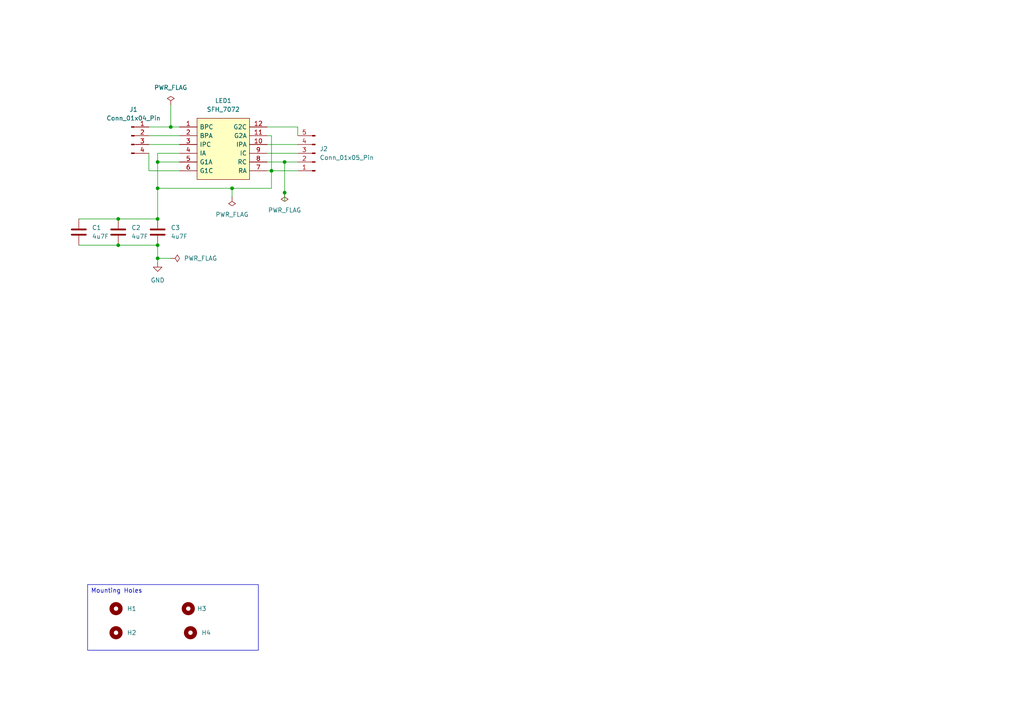
<source format=kicad_sch>
(kicad_sch (version 20231120) (generator "eeschema") (generator_version "8.0")
  (paper "A4")
  (title_block (title "SFH7072 Breakoutboard") (rev "0.1"))
  (lib_symbols
    (symbol "Connector:Conn_01x04_Pin" (pin_names (offset 1.016) hide)
      (property "Reference" "J" (at 0 5.08 0))
      (property "Value" "Conn_01x04_Pin" (at 0 -7.62 0))
      (symbol "Conn_01x04_Pin_1_1"
        (polyline (pts (xy 1.27 -5.08) (xy 0.8636 -5.08)) (stroke (width 0.1524)))
        (polyline (pts (xy 1.27 -2.54) (xy 0.8636 -2.54)) (stroke (width 0.1524)))
        (polyline (pts (xy 1.27 0) (xy 0.8636 0)) (stroke (width 0.1524)))
        (polyline (pts (xy 1.27 2.54) (xy 0.8636 2.54)) (stroke (width 0.1524)))
        (rectangle (start 0.8636 -4.953) (end 0 -5.207) (stroke (width 0.1524)) (fill (type outline)))
        (rectangle (start 0.8636 -2.413) (end 0 -2.667) (stroke (width 0.1524)) (fill (type outline)))
        (rectangle (start 0.8636 0.127) (end 0 -0.127) (stroke (width 0.1524)) (fill (type outline)))
        (rectangle (start 0.8636 2.667) (end 0 2.413) (stroke (width 0.1524)) (fill (type outline)))
        (pin passive line (at 5.08 2.54 180) (length 3.81) (name "Pin_1") (number "1"))
        (pin passive line (at 5.08 0 180) (length 3.81) (name "Pin_2") (number "2"))
        (pin passive line (at 5.08 -2.54 180) (length 3.81) (name "Pin_3") (number "3"))
        (pin passive line (at 5.08 -5.08 180) (length 3.81) (name "Pin_4") (number "4"))
      )
    )
    (symbol "Connector:Conn_01x05_Pin" (pin_names (offset 1.016) hide)
      (property "Reference" "J" (at 0 7.62 0))
      (property "Value" "Conn_01x05_Pin" (at 0 -7.62 0))
      (symbol "Conn_01x05_Pin_1_1"
        (polyline (pts (xy 1.27 -5.08) (xy 0.8636 -5.08)) (stroke (width 0.1524)))
        (polyline (pts (xy 1.27 -2.54) (xy 0.8636 -2.54)) (stroke (width 0.1524)))
        (polyline (pts (xy 1.27 0) (xy 0.8636 0)) (stroke (width 0.1524)))
        (polyline (pts (xy 1.27 2.54) (xy 0.8636 2.54)) (stroke (width 0.1524)))
        (polyline (pts (xy 1.27 5.08) (xy 0.8636 5.08)) (stroke (width 0.1524)))
        (rectangle (start 0.8636 -4.953) (end 0 -5.207) (stroke (width 0.1524)) (fill (type outline)))
        (rectangle (start 0.8636 -2.413) (end 0 -2.667) (stroke (width 0.1524)) (fill (type outline)))
        (rectangle (start 0.8636 0.127) (end 0 -0.127) (stroke (width 0.1524)) (fill (type outline)))
        (rectangle (start 0.8636 2.667) (end 0 2.413) (stroke (width 0.1524)) (fill (type outline)))
        (rectangle (start 0.8636 5.207) (end 0 4.953) (stroke (width 0.1524)) (fill (type outline)))
        (pin passive line (at 5.08 5.08 180) (length 3.81) (name "Pin_1") (number "1"))
        (pin passive line (at 5.08 2.54 180) (length 3.81) (name "Pin_2") (number "2"))
        (pin passive line (at 5.08 0 180) (length 3.81) (name "Pin_3") (number "3"))
        (pin passive line (at 5.08 -2.54 180) (length 3.81) (name "Pin_4") (number "4"))
        (pin passive line (at 5.08 -5.08 180) (length 3.81) (name "Pin_5") (number "5"))
      )
    )
    (symbol "Device:C" (pin_numbers hide) (pin_names (offset 0.254))
      (property "Reference" "C" (at 0.635 2.54 0))
      (property "Value" "C" (at 0.635 -2.54 0))
      (symbol "C_0_1"
        (polyline (pts (xy -2.032 -0.762) (xy 2.032 -0.762)) (stroke (width 0.508)))
        (polyline (pts (xy -2.032 0.762) (xy 2.032 0.762)) (stroke (width 0.508)))
      )
      (symbol "C_1_1"
        (pin passive line (at 0 3.81 270) (length 2.794) (name "~") (number "1"))
        (pin passive line (at 0 -3.81 90) (length 2.794) (name "~") (number "2"))
      )
    )
    (symbol "Mechanical:MountingHole" (pin_names (offset 1.016))
      (property "Reference" "H" (at 0 5.08 0))
      (property "Value" "MountingHole" (at 0 3.175 0))
      (symbol "MountingHole_0_1"
        (circle (center 0 0) (radius 1.27) (stroke (width 1.27)))
      )
    )
    (symbol "breakoutboard:SFH_7072" (pin_names (offset 0.762))
      (property "Reference" "LED" (at -7.62 10.16 0))
      (property "Value" "SFH_7072" (at -1.27 -10.16 0))
      (symbol "SFH_7072_0_0"
        (pin power_in line (at -12.7 6.35 0) (length 5.08) (name "BPC") (number "1"))
        (pin output line (at 12.7 1.27 180) (length 5.08) (name "IPA") (number "10"))
        (pin power_in line (at 12.7 3.81 180) (length 5.08) (name "G2A") (number "11"))
        (pin power_in line (at 12.7 6.35 180) (length 5.08) (name "G2C") (number "12"))
        (pin output line (at -12.7 3.81 0) (length 5.08) (name "BPA") (number "2"))
        (pin power_in line (at -12.7 1.27 0) (length 5.08) (name "IPC") (number "3"))
        (pin power_in line (at -12.7 -1.27 0) (length 5.08) (name "IA") (number "4"))
        (pin power_in line (at -12.7 -3.81 0) (length 5.08) (name "G1A") (number "5"))
        (pin power_in line (at -12.7 -6.35 0) (length 5.08) (name "G1C") (number "6"))
        (pin power_in line (at 12.7 -6.35 180) (length 5.08) (name "RA") (number "7"))
        (pin power_in line (at 12.7 -3.81 180) (length 5.08) (name "RC") (number "8"))
        (pin power_in line (at 12.7 -1.27 180) (length 5.08) (name "IC") (number "9"))
      )
      (symbol "SFH_7072_0_1"
        (polyline (pts (xy -7.62 8.89) (xy 7.62 8.89) (xy 7.62 -8.89) (xy -7.62 -8.89) (xy -7.62 8.89)) (stroke (width 0.1524)) (fill (type background)))
      )
    )
    (symbol "power:GND" (power) (pin_numbers hide) (pin_names (offset 0) hide)
      (property "Value" "GND" (at 0 -3.81 0))
      (symbol "GND_0_1"
        (polyline (pts (xy 0 0) (xy 0 -1.27) (xy 1.27 -1.27) (xy 0 -2.54) (xy -1.27 -1.27) (xy 0 -1.27)))
      )
      (symbol "GND_1_1"
        (pin power_in line (at 0 0 270) (length 0) (name "~") (number "1"))
      )
    )
    (symbol "power:PWR_FLAG" (power) (pin_numbers hide) (pin_names (offset 0) hide)
      (property "Value" "PWR_FLAG" (at 0 3.81 0))
      (symbol "PWR_FLAG_0_0"
        (pin power_out line (at 0 0 90) (length 0) (name "~") (number "1"))
      )
      (symbol "PWR_FLAG_0_1"
        (polyline (pts (xy 0 0) (xy 0 1.27) (xy -1.016 1.905) (xy 0 2.54) (xy 1.016 1.905) (xy 0 1.27)))
      )
    )
  )
  (junction (at 82.55 46.99))
  (junction (at 34.29 71.12))
  (junction (at 34.29 63.5))
  (junction (at 82.55 55.88))
  (junction (at 49.53 36.83))
  (junction (at 67.31 54.61))
  (junction (at 78.74 49.53))
  (junction (at 45.72 63.5))
  (junction (at 45.72 54.61))
  (junction (at 45.72 71.12))
  (junction (at 45.72 46.99))
  (junction (at 45.72 74.93))
  (wire (pts (xy 78.74 49.53) (xy 86.36 49.53)))
  (wire (pts (xy 43.18 39.37) (xy 52.07 39.37)))
  (wire (pts (xy 82.55 55.88) (xy 82.55 58.42)))
  (wire (pts (xy 34.29 71.12) (xy 45.72 71.12)))
  (wire (pts (xy 22.86 63.5) (xy 34.29 63.5)))
  (wire (pts (xy 77.47 46.99) (xy 82.55 46.99)))
  (wire (pts (xy 43.18 49.53) (xy 52.07 49.53)))
  (wire (pts (xy 45.72 74.93) (xy 45.72 76.2)))
  (wire (pts (xy 45.72 54.61) (xy 45.72 63.5)))
  (wire (pts (xy 77.47 36.83) (xy 86.36 36.83)))
  (wire (pts (xy 43.18 44.45) (xy 43.18 49.53)))
  (wire (pts (xy 82.55 46.99) (xy 82.55 55.88)))
  (wire (pts (xy 77.47 41.91) (xy 86.36 41.91)))
  (wire (pts (xy 45.72 46.99) (xy 52.07 46.99)))
  (wire (pts (xy 43.18 41.91) (xy 52.07 41.91)))
  (wire (pts (xy 45.72 74.93) (xy 49.53 74.93)))
  (wire (pts (xy 82.55 46.99) (xy 86.36 46.99)))
  (wire (pts (xy 78.74 54.61) (xy 78.74 49.53)))
  (wire (pts (xy 86.36 36.83) (xy 86.36 39.37)))
  (wire (pts (xy 77.47 49.53) (xy 78.74 49.53)))
  (wire (pts (xy 52.07 44.45) (xy 45.72 44.45)))
  (wire (pts (xy 22.86 71.12) (xy 34.29 71.12)))
  (wire (pts (xy 49.53 30.48) (xy 49.53 36.83)))
  (wire (pts (xy 77.47 39.37) (xy 78.74 39.37)))
  (wire (pts (xy 43.18 36.83) (xy 49.53 36.83)))
  (wire (pts (xy 45.72 54.61) (xy 45.72 46.99)))
  (wire (pts (xy 34.29 63.5) (xy 45.72 63.5)))
  (wire (pts (xy 78.74 39.37) (xy 78.74 49.53)))
  (wire (pts (xy 45.72 44.45) (xy 45.72 46.99)))
  (wire (pts (xy 45.72 54.61) (xy 67.31 54.61)))
  (wire (pts (xy 49.53 36.83) (xy 52.07 36.83)))
  (wire (pts (xy 67.31 54.61) (xy 78.74 54.61)))
  (wire (pts (xy 45.72 71.12) (xy 45.72 74.93)))
  (wire (pts (xy 77.47 44.45) (xy 86.36 44.45)))
  (wire (pts (xy 67.31 54.61) (xy 67.31 57.15)))
  (text_box "Mounting Holes" (at 25.4 169.545 0) (size 49.53 19.05) (effects (font (size 1.27 1.27)) (justify left top)))
  (symbol (lib_id "Connector:Conn_01x05_Pin") (at 91.44 44.45 180) (unit 1)
    (property "Reference" "J2" (at 92.71 43.1799 0) (effects (justify right)))
    (property "Value" "Conn_01x05_Pin" (at 92.71 45.7199 0) (effects (justify right)))
    (property "Footprint" "Connector_PinHeader_2.54mm:PinHeader_1x05_P2.54mm_Vertical" (effects (hide yes)))
    (property "Description" "Generic connector, single row, 01x05, script generated" (effects (hide yes)))
  )
  (symbol (lib_id "Mechanical:MountingHole") (at 55.245 183.515 0) (unit 1)
    (property "Reference" "H4" (at 58.42 183.5149 0) (effects (justify left)))
    (property "Value" "MountingHole" (effects (hide yes)))
    (property "Footprint" "Connector_PinHeader_1.27mm:PinHeader_1x01_P1.27mm_Vertical" (effects (hide yes)))
  )
  (symbol (lib_id "Mechanical:MountingHole") (at 33.655 176.53 0) (unit 1)
    (property "Reference" "H1" (at 36.83 176.5299 0) (effects (justify left)))
    (property "Value" "MountingHole" (effects (hide yes)))
    (property "Footprint" "Connector_PinHeader_1.27mm:PinHeader_1x01_P1.27mm_Vertical" (effects (hide yes)))
  )
  (symbol (lib_id "power:PWR_FLAG") (at 49.53 30.48 0) (unit 1)
    (property "Reference" "#FLG01" (effects (hide yes)))
    (property "Value" "PWR_FLAG" (at 49.53 25.4 0))
    (property "Description" "Special symbol for telling ERC where power comes from" (effects (hide yes)))
  )
  (symbol (lib_id "breakoutboard:SFH_7072") (at 64.77 43.18 0) (unit 1)
    (property "Reference" "LED1" (at 64.77 29.21 0))
    (property "Value" "SFH_7072" (at 64.77 31.75 0))
    (property "Footprint" "breakoutboard:SFH7072" (effects (hide yes)))
    (property "Datasheet" "https://www.osram.com/os/ecat/SFH%207072/com/en/class_pim_web_catalog_103489/global/prd_pim_device_2220016/" (effects (hide yes)))
    (property "Description" "Biometric Sensors BIOFY Sensor" (effects (hide yes)))
    (property "Height" "1" (effects (hide yes)))
    (property "Manufacturer_Name" "OSRAM Opto Semiconductors" (effects (hide yes)))
    (property "Manufacturer_Part_Number" "SFH 7072" (effects (hide yes)))
    (property "Mouser Part Number" "720-SFH7072" (effects (hide yes)))
    (property "Mouser Price/Stock" "https://www.mouser.com/Search/Refine.aspx?Keyword=720-SFH7072" (effects (hide yes)))
  )
  (symbol (lib_id "power:PWR_FLAG") (at 67.31 57.15 180) (unit 1)
    (property "Reference" "#FLG02" (effects (hide yes)))
    (property "Value" "PWR_FLAG" (at 67.31 62.23 0))
    (property "Description" "Special symbol for telling ERC where power comes from" (effects (hide yes)))
  )
  (symbol (lib_id "power:GND") (at 45.72 76.2 0) (unit 1)
    (property "Reference" "#PWR01" (effects (hide yes)))
    (property "Value" "GND" (at 45.72 81.28 0))
    (property "Description" "Power symbol creates a global label with name \"GND\" , ground" (effects (hide yes)))
  )
  (symbol (lib_id "Device:C") (at 34.29 67.31 0) (unit 1)
    (property "Reference" "C2" (at 38.1 66.0399 0) (effects (justify left)))
    (property "Value" "4u7F" (at 38.1 68.5799 0) (effects (justify left)))
    (property "Footprint" "Capacitor_SMD:C_0603_1608Metric" (effects (hide yes)))
    (property "Description" "Unpolarized capacitor" (effects (hide yes)))
  )
  (symbol (lib_id "Device:C") (at 22.86 67.31 0) (unit 1)
    (property "Reference" "C1" (at 26.67 66.0399 0) (effects (justify left)))
    (property "Value" "4u7F" (at 26.67 68.5799 0) (effects (justify left)))
    (property "Footprint" "Capacitor_SMD:C_0603_1608Metric" (effects (hide yes)))
    (property "Description" "Unpolarized capacitor" (effects (hide yes)))
  )
  (symbol (lib_id "power:PWR_FLAG") (at 49.53 74.93 270) (unit 1)
    (property "Reference" "#FLG04" (effects (hide yes)))
    (property "Value" "PWR_FLAG" (at 53.34 74.9299 90) (effects (justify left)))
    (property "Description" "Special symbol for telling ERC where power comes from" (effects (hide yes)))
  )
  (symbol (lib_id "Mechanical:MountingHole") (at 54.61 176.53 0) (unit 1)
    (property "Reference" "H3" (at 57.15 176.5299 0) (effects (justify left)))
    (property "Value" "MountingHole" (effects (hide yes)))
    (property "Footprint" "Connector_PinHeader_1.27mm:PinHeader_1x01_P1.27mm_Vertical" (effects (hide yes)))
  )
  (symbol (lib_id "power:PWR_FLAG") (at 82.55 55.88 180) (unit 1)
    (property "Reference" "#FLG03" (effects (hide yes)))
    (property "Value" "PWR_FLAG" (at 82.55 60.96 0))
    (property "Description" "Special symbol for telling ERC where power comes from" (effects (hide yes)))
  )
  (symbol (lib_id "Mechanical:MountingHole") (at 33.655 183.515 0) (unit 1)
    (property "Reference" "H2" (at 36.83 183.5149 0) (effects (justify left)))
    (property "Value" "MountingHole" (effects (hide yes)))
    (property "Footprint" "Connector_PinHeader_1.27mm:PinHeader_1x01_P1.27mm_Vertical" (effects (hide yes)))
  )
  (symbol (lib_id "Device:C") (at 45.72 67.31 0) (unit 1)
    (property "Reference" "C3" (at 49.53 66.0399 0) (effects (justify left)))
    (property "Value" "4u7F" (at 49.53 68.5799 0) (effects (justify left)))
    (property "Footprint" "Capacitor_SMD:C_0603_1608Metric" (effects (hide yes)))
    (property "Description" "Unpolarized capacitor" (effects (hide yes)))
  )
  (symbol (lib_id "Connector:Conn_01x04_Pin") (at 38.1 39.37 0) (unit 1)
    (property "Reference" "J1" (at 38.735 31.75 0))
    (property "Value" "Conn_01x04_Pin" (at 38.735 34.29 0))
    (property "Footprint" "Connector_PinHeader_2.54mm:PinHeader_1x04_P2.54mm_Vertical" (effects (hide yes)))
    (property "Description" "Generic connector, single row, 01x04, script generated" (effects (hide yes)))
  )
)
</source>
